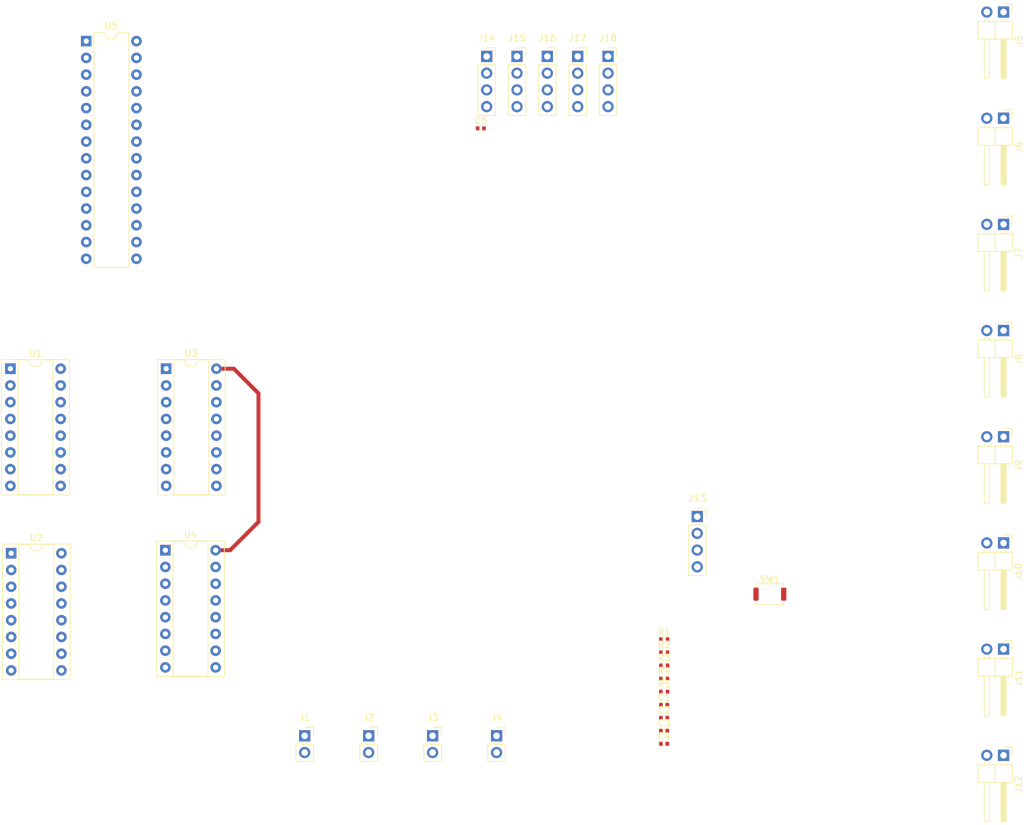
<source format=kicad_pcb>
(kicad_pcb (version 20240108) (generator "pcbnew") (generator_version "8.0")
  (layers (0 "F.Cu" signal) (31 "B.Cu" signal) (34 "B.Paste" user) (35 "F.Paste" user) (36 "B.SilkS" user "B.Silkscreen") (37 "F.SilkS" user "F.Silkscreen") (38 "B.Mask" user) (39 "F.Mask" user) (44 "Edge.Cuts" user))
  (net 0 "")
  (net 1 "/MUX1_COM")
  (net 2 "Net-(J1-In)")
  (net 3 "/MUX2_COM")
  (net 4 "Net-(J2-In)")
  (net 5 "Net-(J3-In)")
  (net 6 "/MUX3_COM")
  (net 7 "Net-(J4-In)")
  (net 8 "/MUX4_COM")
  (net 9 "GND")
  (net 10 "/CNN1")
  (net 11 "/CNN2")
  (net 12 "/CNN3")
  (net 13 "/CNN4")
  (net 14 "/CNN5")
  (net 15 "/CNN6")
  (net 16 "/CNN7")
  (net 17 "/CNN8")
  (net 18 "/I2C1_SCL")
  (net 19 "+3.3V")
  (net 20 "/I2C1_SDA")
  (net 21 "Net-(U5-~{RESET})")
  (net 22 "/GPA0")
  (net 23 "/GPA3")
  (net 24 "/GPA2")
  (net 25 "/GPA1")
  (net 26 "/GPA7")
  (net 27 "/GPA4")
  (net 28 "/GPA5")
  (net 29 "/GPA6")
  (net 30 "/GPB2")
  (net 31 "/GPB1")
  (net 32 "/GPB3")
  (net 33 "/GPB0")
  (net 34 "/GPB4")
  (net 35 "/GPB6")
  (net 36 "/GPB7")
  (net 37 "/GPB5")
  (footprint "Connector_PinSocket_2.54mm:PinSocket_1x04_P2.54mm_Vertical" (layer "F.Cu") (at 209.525 108.7)
    (property "Reference" "J13" (at 0 -2.77 0) (layer "F.SilkS"))
    (property "Value" "Conn_01x04")
    (pad "1" thru_hole rect (at 0 0) (size 1.7 1.7) (drill 1) (layers "*.Cu" "*.Mask") (net 9 "GND"))
    (pad "2" thru_hole oval (at 0 2.54) (size 1.7 1.7) (drill 1) (layers "*.Cu" "*.Mask") (net 20 "/I2C1_SDA"))
    (pad "3" thru_hole oval (at 0 5.08) (size 1.7 1.7) (drill 1) (layers "*.Cu" "*.Mask") (net 18 "/I2C1_SCL"))
    (pad "4" thru_hole oval (at 0 7.62) (size 1.7 1.7) (drill 1) (layers "*.Cu" "*.Mask") (net 19 "+3.3V"))
  )
  (footprint "Resistor_SMD:R_0402_1005Metric" (layer "F.Cu") (at 204.52 135.28)
    (property "Reference" "R5" (at 0 -1.17 0) (layer "F.SilkS"))
    (property "Value" "1M")
    (pad "1" smd roundrect (at -0.51 0) (size 0.54 0.64) (layers "F.Cu" "F.Paste" "F.Mask") (net 7 "Net-(J4-In)"))
    (pad "2" smd roundrect (at 0.51 0) (size 0.54 0.64) (layers "F.Cu" "F.Paste" "F.Mask") (net 9 "GND"))
  )
  (footprint "Connector_PinSocket_2.54mm:PinSocket_1x04_P2.54mm_Vertical" (layer "F.Cu") (at 186.8 38.88)
    (property "Reference" "J16" (at 0 -2.77 0) (layer "F.SilkS"))
    (property "Value" "MUX3_CON")
    (pad "1" thru_hole rect (at 0 0) (size 1.7 1.7) (drill 1) (layers "*.Cu" "*.Mask") (net 33 "/GPB0"))
    (pad "2" thru_hole oval (at 0 2.54) (size 1.7 1.7) (drill 1) (layers "*.Cu" "*.Mask") (net 31 "/GPB1"))
    (pad "3" thru_hole oval (at 0 5.08) (size 1.7 1.7) (drill 1) (layers "*.Cu" "*.Mask") (net 30 "/GPB2"))
    (pad "4" thru_hole oval (at 0 7.62) (size 1.7 1.7) (drill 1) (layers "*.Cu" "*.Mask") (net 32 "/GPB3"))
  )
  (footprint "Connector_PinSocket_2.54mm:PinSocket_1x02_P2.54mm_Vertical" (layer "F.Cu") (at 150 141.96)
    (property "Reference" "J1" (at 0 -2.77 0) (layer "F.SilkS"))
    (property "Value" "CE0")
    (pad "1" thru_hole rect (at 0 0) (size 1.7 1.7) (drill 1) (layers "*.Cu" "*.Mask") (net 2 "Net-(J1-In)"))
    (pad "2" thru_hole oval (at 0 2.54) (size 1.7 1.7) (drill 1) (layers "*.Cu" "*.Mask") (net 9 "GND"))
  )
  (footprint "Resistor_SMD:R_0402_1005Metric" (layer "F.Cu") (at 204.52 133.29)
    (property "Reference" "R4" (at 0 -1.17 0) (layer "F.SilkS"))
    (property "Value" "1M")
    (pad "1" smd roundrect (at -0.51 0) (size 0.54 0.64) (layers "F.Cu" "F.Paste" "F.Mask") (net 5 "Net-(J3-In)"))
    (pad "2" smd roundrect (at 0.51 0) (size 0.54 0.64) (layers "F.Cu" "F.Paste" "F.Mask") (net 9 "GND"))
  )
  (footprint "Package_DIP:DIP-16_W7.62mm_Socket" (layer "F.Cu") (at 128.88 113.8)
    (property "Reference" "U4" (at 3.81 -2.33 0) (layer "F.SilkS"))
    (property "Value" "4051")
    (pad "1" thru_hole rect (at 0 0) (size 1.6 1.6) (drill 0.8) (layers "*.Cu" "*.Mask") (net 14 "/CNN5"))
    (pad "2" thru_hole oval (at 0 2.54) (size 1.6 1.6) (drill 0.8) (layers "*.Cu" "*.Mask") (net 16 "/CNN7"))
    (pad "3" thru_hole oval (at 0 5.08) (size 1.6 1.6) (drill 0.8) (layers "*.Cu" "*.Mask") (net 8 "/MUX4_COM"))
    (pad "4" thru_hole oval (at 0 7.62) (size 1.6 1.6) (drill 0.8) (layers "*.Cu" "*.Mask") (net 17 "/CNN8"))
    (pad "5" thru_hole oval (at 0 10.16) (size 1.6 1.6) (drill 0.8) (layers "*.Cu" "*.Mask") (net 15 "/CNN6"))
    (pad "6" thru_hole oval (at 0 12.7) (size 1.6 1.6) (drill 0.8) (layers "*.Cu" "*.Mask") (net 34 "/GPB4"))
    (pad "7" thru_hole oval (at 0 15.24) (size 1.6 1.6) (drill 0.8) (layers "*.Cu" "*.Mask") (net 9 "GND"))
    (pad "8" thru_hole oval (at 0 17.78) (size 1.6 1.6) (drill 0.8) (layers "*.Cu" "*.Mask") (net 9 "GND"))
    (pad "9" thru_hole oval (at 7.62 17.78) (size 1.6 1.6) (drill 0.8) (layers "*.Cu" "*.Mask") (net 36 "/GPB7"))
    (pad "10" thru_hole oval (at 7.62 15.24) (size 1.6 1.6) (drill 0.8) (layers "*.Cu" "*.Mask") (net 35 "/GPB6"))
    (pad "11" thru_hole oval (at 7.62 12.7) (size 1.6 1.6) (drill 0.8) (layers "*.Cu" "*.Mask") (net 37 "/GPB5"))
    (pad "12" thru_hole oval (at 7.62 10.16) (size 1.6 1.6) (drill 0.8) (layers "*.Cu" "*.Mask") (net 13 "/CNN4"))
    (pad "13" thru_hole oval (at 7.62 7.62) (size 1.6 1.6) (drill 0.8) (layers "*.Cu" "*.Mask") (net 10 "/CNN1"))
    (pad "14" thru_hole oval (at 7.62 5.08) (size 1.6 1.6) (drill 0.8) (layers "*.Cu" "*.Mask") (net 11 "/CNN2"))
    (pad "15" thru_hole oval (at 7.62 2.54) (size 1.6 1.6) (drill 0.8) (layers "*.Cu" "*.Mask") (net 12 "/CNN3"))
    (pad "16" thru_hole oval (at 7.62 0) (size 1.6 1.6) (drill 0.8) (layers "*.Cu" "*.Mask") (net 19 "+3.3V"))
  )
  (footprint "Capacitor_SMD:C_0402_1005Metric" (layer "F.Cu") (at 176.71 49.79)
    (property "Reference" "C5" (at 0 -1.16 0) (layer "F.SilkS"))
    (property "Value" "100n")
    (pad "1" smd roundrect (at -0.48 0) (size 0.56 0.62) (layers "F.Cu" "F.Paste" "F.Mask") (net 9 "GND"))
    (pad "2" smd roundrect (at 0.48 0) (size 0.56 0.62) (layers "F.Cu" "F.Paste" "F.Mask") (net 21 "Net-(U5-~{RESET})"))
  )
  (footprint "Package_DIP:DIP-28_W7.62mm" (layer "F.Cu") (at 116.88 36.56)
    (property "Reference" "U5" (at 3.81 -2.33 0) (layer "F.SilkS"))
    (property "Value" "MCP23017_SP")
    (pad "1" thru_hole rect (at 0 0) (size 1.6 1.6) (drill 0.8) (layers "*.Cu" "*.Mask") (net 33 "/GPB0"))
    (pad "2" thru_hole oval (at 0 2.54) (size 1.6 1.6) (drill 0.8) (layers "*.Cu" "*.Mask") (net 31 "/GPB1"))
    (pad "3" thru_hole oval (at 0 5.08) (size 1.6 1.6) (drill 0.8) (layers "*.Cu" "*.Mask") (net 30 "/GPB2"))
    (pad "4" thru_hole oval (at 0 7.62) (size 1.6 1.6) (drill 0.8) (layers "*.Cu" "*.Mask") (net 32 "/GPB3"))
    (pad "5" thru_hole oval (at 0 10.16) (size 1.6 1.6) (drill 0.8) (layers "*.Cu" "*.Mask") (net 34 "/GPB4"))
    (pad "6" thru_hole oval (at 0 12.7) (size 1.6 1.6) (drill 0.8) (layers "*.Cu" "*.Mask") (net 37 "/GPB5"))
    (pad "7" thru_hole oval (at 0 15.24) (size 1.6 1.6) (drill 0.8) (layers "*.Cu" "*.Mask") (net 35 "/GPB6"))
    (pad "8" thru_hole oval (at 0 17.78) (size 1.6 1.6) (drill 0.8) (layers "*.Cu" "*.Mask") (net 36 "/GPB7"))
    (pad "9" thru_hole oval (at 0 20.32) (size 1.6 1.6) (drill 0.8) (layers "*.Cu" "*.Mask") (net 19 "+3.3V"))
    (pad "10" thru_hole oval (at 0 22.86) (size 1.6 1.6) (drill 0.8) (layers "*.Cu" "*.Mask") (net 9 "GND"))
    (pad "11" thru_hole oval (at 0 25.4) (size 1.6 1.6) (drill 0.8) (layers "*.Cu" "*.Mask"))
    (pad "12" thru_hole oval (at 0 27.94) (size 1.6 1.6) (drill 0.8) (layers "*.Cu" "*.Mask") (net 18 "/I2C1_SCL"))
    (pad "13" thru_hole oval (at 0 30.48) (size 1.6 1.6) (drill 0.8) (layers "*.Cu" "*.Mask") (net 20 "/I2C1_SDA"))
    (pad "14" thru_hole oval (at 0 33.02) (size 1.6 1.6) (drill 0.8) (layers "*.Cu" "*.Mask"))
    (pad "15" thru_hole oval (at 7.62 33.02) (size 1.6 1.6) (drill 0.8) (layers "*.Cu" "*.Mask") (net 9 "GND"))
    (pad "16" thru_hole oval (at 7.62 30.48) (size 1.6 1.6) (drill 0.8) (layers "*.Cu" "*.Mask") (net 9 "GND"))
    (pad "17" thru_hole oval (at 7.62 27.94) (size 1.6 1.6) (drill 0.8) (layers "*.Cu" "*.Mask") (net 9 "GND"))
    (pad "18" thru_hole oval (at 7.62 25.4) (size 1.6 1.6) (drill 0.8) (layers "*.Cu" "*.Mask") (net 21 "Net-(U5-~{RESET})"))
    (pad "19" thru_hole oval (at 7.62 22.86) (size 1.6 1.6) (drill 0.8) (layers "*.Cu" "*.Mask"))
    (pad "20" thru_hole oval (at 7.62 20.32) (size 1.6 1.6) (drill 0.8) (layers "*.Cu" "*.Mask"))
    (pad "21" thru_hole oval (at 7.62 17.78) (size 1.6 1.6) (drill 0.8) (layers "*.Cu" "*.Mask") (net 22 "/GPA0"))
    (pad "22" thru_hole oval (at 7.62 15.24) (size 1.6 1.6) (drill 0.8) (layers "*.Cu" "*.Mask") (net 25 "/GPA1"))
    (pad "23" thru_hole oval (at 7.62 12.7) (size 1.6 1.6) (drill 0.8) (layers "*.Cu" "*.Mask") (net 24 "/GPA2"))
    (pad "24" thru_hole oval (at 7.62 10.16) (size 1.6 1.6) (drill 0.8) (layers "*.Cu" "*.Mask") (net 23 "/GPA3"))
    (pad "25" thru_hole oval (at 7.62 7.62) (size 1.6 1.6) (drill 0.8) (layers "*.Cu" "*.Mask") (net 27 "/GPA4"))
    (pad "26" thru_hole oval (at 7.62 5.08) (size 1.6 1.6) (drill 0.8) (layers "*.Cu" "*.Mask") (net 28 "/GPA5"))
    (pad "27" thru_hole oval (at 7.62 2.54) (size 1.6 1.6) (drill 0.8) (layers "*.Cu" "*.Mask") (net 29 "/GPA6"))
    (pad "28" thru_hole oval (at 7.62 0) (size 1.6 1.6) (drill 0.8) (layers "*.Cu" "*.Mask") (net 26 "/GPA7"))
  )
  (footprint "Capacitor_SMD:C_0402_1005Metric" (layer "F.Cu") (at 204.5 137.26)
    (property "Reference" "C1" (at 0 -1.16 0) (layer "F.SilkS"))
    (property "Value" "100n")
    (pad "1" smd roundrect (at -0.48 0) (size 0.56 0.62) (layers "F.Cu" "F.Paste" "F.Mask") (net 2 "Net-(J1-In)"))
    (pad "2" smd roundrect (at 0.48 0) (size 0.56 0.62) (layers "F.Cu" "F.Paste" "F.Mask") (net 1 "/MUX1_COM"))
  )
  (footprint "Capacitor_SMD:C_0402_1005Metric" (layer "F.Cu") (at 204.5 139.23)
    (property "Reference" "C2" (at 0 -1.16 0) (layer "F.SilkS"))
    (property "Value" "100n")
    (pad "1" smd roundrect (at -0.48 0) (size 0.56 0.62) (layers "F.Cu" "F.Paste" "F.Mask") (net 4 "Net-(J2-In)"))
    (pad "2" smd roundrect (at 0.48 0) (size 0.56 0.62) (layers "F.Cu" "F.Paste" "F.Mask") (net 3 "/MUX2_COM"))
  )
  (footprint "Capacitor_SMD:C_0402_1005Metric" (layer "F.Cu") (at 204.5 141.2)
    (property "Reference" "C3" (at 0 -1.16 0) (layer "F.SilkS"))
    (property "Value" "100n")
    (pad "1" smd roundrect (at -0.48 0) (size 0.56 0.62) (layers "F.Cu" "F.Paste" "F.Mask") (net 5 "Net-(J3-In)"))
    (pad "2" smd roundrect (at 0.48 0) (size 0.56 0.62) (layers "F.Cu" "F.Paste" "F.Mask") (net 6 "/MUX3_COM"))
  )
  (footprint "Package_DIP:DIP-16_W7.62mm_Socket" (layer "F.Cu") (at 129 86.26)
    (property "Reference" "U3" (at 3.81 -2.33 0) (layer "F.SilkS"))
    (property "Value" "4051")
    (pad "1" thru_hole rect (at 0 0) (size 1.6 1.6) (drill 0.8) (layers "*.Cu" "*.Mask") (net 14 "/CNN5"))
    (pad "2" thru_hole oval (at 0 2.54) (size 1.6 1.6) (drill 0.8) (layers "*.Cu" "*.Mask") (net 16 "/CNN7"))
    (pad "3" thru_hole oval (at 0 5.08) (size 1.6 1.6) (drill 0.8) (layers "*.Cu" "*.Mask") (net 6 "/MUX3_COM"))
    (pad "4" thru_hole oval (at 0 7.62) (size 1.6 1.6) (drill 0.8) (layers "*.Cu" "*.Mask") (net 17 "/CNN8"))
    (pad "5" thru_hole oval (at 0 10.16) (size 1.6 1.6) (drill 0.8) (layers "*.Cu" "*.Mask") (net 15 "/CNN6"))
    (pad "6" thru_hole oval (at 0 12.7) (size 1.6 1.6) (drill 0.8) (layers "*.Cu" "*.Mask") (net 33 "/GPB0"))
    (pad "7" thru_hole oval (at 0 15.24) (size 1.6 1.6) (drill 0.8) (layers "*.Cu" "*.Mask") (net 9 "GND"))
    (pad "8" thru_hole oval (at 0 17.78) (size 1.6 1.6) (drill 0.8) (layers "*.Cu" "*.Mask") (net 9 "GND"))
    (pad "9" thru_hole oval (at 7.62 17.78) (size 1.6 1.6) (drill 0.8) (layers "*.Cu" "*.Mask") (net 32 "/GPB3"))
    (pad "10" thru_hole oval (at 7.62 15.24) (size 1.6 1.6) (drill 0.8) (layers "*.Cu" "*.Mask") (net 30 "/GPB2"))
    (pad "11" thru_hole oval (at 7.62 12.7) (size 1.6 1.6) (drill 0.8) (layers "*.Cu" "*.Mask") (net 31 "/GPB1"))
    (pad "12" thru_hole oval (at 7.62 10.16) (size 1.6 1.6) (drill 0.8) (layers "*.Cu" "*.Mask") (net 13 "/CNN4"))
    (pad "13" thru_hole oval (at 7.62 7.62) (size 1.6 1.6) (drill 0.8) (layers "*.Cu" "*.Mask") (net 10 "/CNN1"))
    (pad "14" thru_hole oval (at 7.62 5.08) (size 1.6 1.6) (drill 0.8) (layers "*.Cu" "*.Mask") (net 11 "/CNN2"))
    (pad "15" thru_hole oval (at 7.62 2.54) (size 1.6 1.6) (drill 0.8) (layers "*.Cu" "*.Mask") (net 12 "/CNN3"))
    (pad "16" thru_hole oval (at 7.62 0) (size 1.6 1.6) (drill 0.8) (layers "*.Cu" "*.Mask") (net 19 "+3.3V"))
  )
  (footprint "Connector_PinHeader_2.54mm:PinHeader_1x02_P2.54mm_Horizontal" (layer "F.Cu") (at 255.975 144.915 -90)
    (property "Reference" "J12" (at 4.385 -2.27 -90) (layer "F.SilkS"))
    (property "Value" "CNN8")
    (pad "1" thru_hole rect (at 0 0 270) (size 1.7 1.7) (drill 1) (layers "*.Cu" "*.Mask") (net 17 "/CNN8"))
    (pad "2" thru_hole oval (at 0 2.54 270) (size 1.7 1.7) (drill 1) (layers "*.Cu" "*.Mask") (net 9 "GND"))
  )
  (footprint "Connector_PinSocket_2.54mm:PinSocket_1x02_P2.54mm_Vertical" (layer "F.Cu") (at 169.4 141.96)
    (property "Reference" "J3" (at 0 -2.77 0) (layer "F.SilkS"))
    (property "Value" "AIN2")
    (pad "1" thru_hole rect (at 0 0) (size 1.7 1.7) (drill 1) (layers "*.Cu" "*.Mask") (net 5 "Net-(J3-In)"))
    (pad "2" thru_hole oval (at 0 2.54) (size 1.7 1.7) (drill 1) (layers "*.Cu" "*.Mask") (net 9 "GND"))
  )
  (footprint "Connector_PinHeader_2.54mm:PinHeader_1x02_P2.54mm_Horizontal" (layer "F.Cu") (at 255.975 112.695 -90)
    (property "Reference" "J10" (at 4.385 -2.27 -90) (layer "F.SilkS"))
    (property "Value" "CNN6")
    (pad "1" thru_hole rect (at 0 0 270) (size 1.7 1.7) (drill 1) (layers "*.Cu" "*.Mask") (net 15 "/CNN6"))
    (pad "2" thru_hole oval (at 0 2.54 270) (size 1.7 1.7) (drill 1) (layers "*.Cu" "*.Mask") (net 9 "GND"))
  )
  (footprint "Connector_PinHeader_2.54mm:PinHeader_1x02_P2.54mm_Horizontal" (layer "F.Cu") (at 255.975 64.365 -90)
    (property "Reference" "J7" (at 4.385 -2.27 -90) (layer "F.SilkS"))
    (property "Value" "CNN3")
    (pad "1" thru_hole rect (at 0 0 270) (size 1.7 1.7) (drill 1) (layers "*.Cu" "*.Mask") (net 12 "/CNN3"))
    (pad "2" thru_hole oval (at 0 2.54 270) (size 1.7 1.7) (drill 1) (layers "*.Cu" "*.Mask") (net 9 "GND"))
  )
  (footprint "Resistor_SMD:R_0402_1005Metric" (layer "F.Cu") (at 204.52 131.3)
    (property "Reference" "R3" (at 0 -1.17 0) (layer "F.SilkS"))
    (property "Value" "1M")
    (pad "1" smd roundrect (at -0.51 0) (size 0.54 0.64) (layers "F.Cu" "F.Paste" "F.Mask") (net 4 "Net-(J2-In)"))
    (pad "2" smd roundrect (at 0.51 0) (size 0.54 0.64) (layers "F.Cu" "F.Paste" "F.Mask") (net 9 "GND"))
  )
  (footprint "Connector_PinHeader_2.54mm:PinHeader_1x02_P2.54mm_Horizontal" (layer "F.Cu") (at 255.975 128.805 -90)
    (property "Reference" "J11" (at 4.385 -2.27 -90) (layer "F.SilkS"))
    (property "Value" "CNN7")
    (pad "1" thru_hole rect (at 0 0 270) (size 1.7 1.7) (drill 1) (layers "*.Cu" "*.Mask") (net 16 "/CNN7"))
    (pad "2" thru_hole oval (at 0 2.54 270) (size 1.7 1.7) (drill 1) (layers "*.Cu" "*.Mask") (net 9 "GND"))
  )
  (footprint "Connector_PinSocket_2.54mm:PinSocket_1x04_P2.54mm_Vertical" (layer "F.Cu") (at 182.2 38.88)
    (property "Reference" "J15" (at 0 -2.77 0) (layer "F.SilkS"))
    (property "Value" "MUX2_CON")
    (pad "1" thru_hole rect (at 0 0) (size 1.7 1.7) (drill 1) (layers "*.Cu" "*.Mask") (net 27 "/GPA4"))
    (pad "2" thru_hole oval (at 0 2.54) (size 1.7 1.7) (drill 1) (layers "*.Cu" "*.Mask") (net 28 "/GPA5"))
    (pad "3" thru_hole oval (at 0 5.08) (size 1.7 1.7) (drill 1) (layers "*.Cu" "*.Mask") (net 29 "/GPA6"))
    (pad "4" thru_hole oval (at 0 7.62) (size 1.7 1.7) (drill 1) (layers "*.Cu" "*.Mask") (net 26 "/GPA7"))
  )
  (footprint "Package_DIP:DIP-16_W7.62mm_Socket" (layer "F.Cu") (at 105.38 86.26)
    (property "Reference" "U1" (at 3.81 -2.33 0) (layer "F.SilkS"))
    (property "Value" "4051")
    (pad "1" thru_hole rect (at 0 0) (size 1.6 1.6) (drill 0.8) (layers "*.Cu" "*.Mask") (net 14 "/CNN5"))
    (pad "2" thru_hole oval (at 0 2.54) (size 1.6 1.6) (drill 0.8) (layers "*.Cu" "*.Mask") (net 16 "/CNN7"))
    (pad "3" thru_hole oval (at 0 5.08) (size 1.6 1.6) (drill 0.8) (layers "*.Cu" "*.Mask") (net 1 "/MUX1_COM"))
    (pad "4" thru_hole oval (at 0 7.62) (size 1.6 1.6) (drill 0.8) (layers "*.Cu" "*.Mask") (net 17 "/CNN8"))
    (pad "5" thru_hole oval (at 0 10.16) (size 1.6 1.6) (drill 0.8) (layers "*.Cu" "*.Mask") (net 15 "/CNN6"))
    (pad "6" thru_hole oval (at 0 12.7) (size 1.6 1.6) (drill 0.8) (layers "*.Cu" "*.Mask") (net 22 "/GPA0"))
    (pad "7" thru_hole oval (at 0 15.24) (size 1.6 1.6) (drill 0.8) (layers "*.Cu" "*.Mask") (net 9 "GND"))
    (pad "8" thru_hole oval (at 0 17.78) (size 1.6 1.6) (drill 0.8) (layers "*.Cu" "*.Mask") (net 9 "GND"))
    (pad "9" thru_hole oval (at 7.62 17.78) (size 1.6 1.6) (drill 0.8) (layers "*.Cu" "*.Mask") (net 23 "/GPA3"))
    (pad "10" thru_hole oval (at 7.62 15.24) (size 1.6 1.6) (drill 0.8) (layers "*.Cu" "*.Mask") (net 24 "/GPA2"))
    (pad "11" thru_hole oval (at 7.62 12.7) (size 1.6 1.6) (drill 0.8) (layers "*.Cu" "*.Mask") (net 25 "/GPA1"))
    (pad "12" thru_hole oval (at 7.62 10.16) (size 1.6 1.6) (drill 0.8) (layers "*.Cu" "*.Mask") (net 13 "/CNN4"))
    (pad "13" thru_hole oval (at 7.62 7.62) (size 1.6 1.6) (drill 0.8) (layers "*.Cu" "*.Mask") (net 10 "/CNN1"))
    (pad "14" thru_hole oval (at 7.62 5.08) (size 1.6 1.6) (drill 0.8) (layers "*.Cu" "*.Mask") (net 11 "/CNN2"))
    (pad "15" thru_hole oval (at 7.62 2.54) (size 1.6 1.6) (drill 0.8) (layers "*.Cu" "*.Mask") (net 12 "/CNN3"))
    (pad "16" thru_hole oval (at 7.62 0) (size 1.6 1.6) (drill 0.8) (layers "*.Cu" "*.Mask") (net 19 "+3.3V"))
  )
  (footprint "Capacitor_SMD:C_0402_1005Metric" (layer "F.Cu") (at 204.5 143.17)
    (property "Reference" "C4" (at 0 -1.16 0) (layer "F.SilkS"))
    (property "Value" "100n")
    (pad "1" smd roundrect (at -0.48 0) (size 0.56 0.62) (layers "F.Cu" "F.Paste" "F.Mask") (net 7 "Net-(J4-In)"))
    (pad "2" smd roundrect (at 0.48 0) (size 0.56 0.62) (layers "F.Cu" "F.Paste" "F.Mask") (net 8 "/MUX4_COM"))
  )
  (footprint "Connector_PinSocket_2.54mm:PinSocket_1x04_P2.54mm_Vertical" (layer "F.Cu") (at 191.4 38.88)
    (property "Reference" "J17" (at 0 -2.77 0) (layer "F.SilkS"))
    (property "Value" "MUX4_CON")
    (pad "1" thru_hole rect (at 0 0) (size 1.7 1.7) (drill 1) (layers "*.Cu" "*.Mask") (net 34 "/GPB4"))
    (pad "2" thru_hole oval (at 0 2.54) (size 1.7 1.7) (drill 1) (layers "*.Cu" "*.Mask") (net 37 "/GPB5"))
    (pad "3" thru_hole oval (at 0 5.08) (size 1.7 1.7) (drill 1) (layers "*.Cu" "*.Mask") (net 35 "/GPB6"))
    (pad "4" thru_hole oval (at 0 7.62) (size 1.7 1.7) (drill 1) (layers "*.Cu" "*.Mask") (net 36 "/GPB7"))
  )
  (footprint "Connector_PinHeader_2.54mm:PinHeader_1x02_P2.54mm_Horizontal" (layer "F.Cu") (at 255.975 96.585 -90)
    (property "Reference" "J9" (at 4.385 -2.27 -90) (layer "F.SilkS"))
    (property "Value" "CNN5")
    (pad "1" thru_hole rect (at 0 0 270) (size 1.7 1.7) (drill 1) (layers "*.Cu" "*.Mask") (net 14 "/CNN5"))
    (pad "2" thru_hole oval (at 0 2.54 270) (size 1.7 1.7) (drill 1) (layers "*.Cu" "*.Mask") (net 9 "GND"))
  )
  (footprint "Resistor_SMD:R_0402_1005Metric" (layer "F.Cu") (at 204.52 127.32)
    (property "Reference" "R1" (at 0 -1.17 0) (layer "F.SilkS"))
    (property "Value" "10k")
    (pad "1" smd roundrect (at -0.51 0) (size 0.54 0.64) (layers "F.Cu" "F.Paste" "F.Mask") (net 19 "+3.3V"))
    (pad "2" smd roundrect (at 0.51 0) (size 0.54 0.64) (layers "F.Cu" "F.Paste" "F.Mask") (net 21 "Net-(U5-~{RESET})"))
  )
  (footprint "Connector_PinHeader_2.54mm:PinHeader_1x02_P2.54mm_Horizontal" (layer "F.Cu") (at 255.975 32.145 -90)
    (property "Reference" "J5" (at 4.385 -2.27 -90) (layer "F.SilkS"))
    (property "Value" "CNN1")
    (pad "1" thru_hole rect (at 0 0 270) (size 1.7 1.7) (drill 1) (layers "*.Cu" "*.Mask") (net 10 "/CNN1"))
    (pad "2" thru_hole oval (at 0 2.54 270) (size 1.7 1.7) (drill 1) (layers "*.Cu" "*.Mask") (net 9 "GND"))
  )
  (footprint "Resistor_SMD:R_0402_1005Metric" (layer "F.Cu") (at 204.52 129.31)
    (property "Reference" "R2" (at 0 -1.17 0) (layer "F.SilkS"))
    (property "Value" "1M")
    (pad "1" smd roundrect (at -0.51 0) (size 0.54 0.64) (layers "F.Cu" "F.Paste" "F.Mask") (net 2 "Net-(J1-In)"))
    (pad "2" smd roundrect (at 0.51 0) (size 0.54 0.64) (layers "F.Cu" "F.Paste" "F.Mask") (net 9 "GND"))
  )
  (footprint "Button_Switch_SMD:SW_Push_SPST_NO_Alps_SKRK" (layer "F.Cu") (at 220.54 120.465)
    (property "Reference" "SW1" (at 0 -2.25 0) (layer "F.SilkS"))
    (property "Value" "RESET")
    (pad "1" smd roundrect (at -2.1 0) (size 0.8 2) (layers "F.Cu" "F.Paste" "F.Mask") (net 9 "GND"))
    (pad "2" smd roundrect (at 2.1 0) (size 0.8 2) (layers "F.Cu" "F.Paste" "F.Mask") (net 21 "Net-(U5-~{RESET})"))
  )
  (footprint "Connector_PinHeader_2.54mm:PinHeader_1x02_P2.54mm_Horizontal" (layer "F.Cu") (at 255.975 80.475 -90)
    (property "Reference" "J8" (at 4.385 -2.27 -90) (layer "F.SilkS"))
    (property "Value" "CNN4")
    (pad "1" thru_hole rect (at 0 0 270) (size 1.7 1.7) (drill 1) (layers "*.Cu" "*.Mask") (net 13 "/CNN4"))
    (pad "2" thru_hole oval (at 0 2.54 270) (size 1.7 1.7) (drill 1) (layers "*.Cu" "*.Mask") (net 9 "GND"))
  )
  (footprint "Connector_PinHeader_2.54mm:PinHeader_1x02_P2.54mm_Horizontal" (layer "F.Cu") (at 255.975 48.255 -90)
    (property "Reference" "J6" (at 4.385 -2.27 -90) (layer "F.SilkS"))
    (property "Value" "CNN2")
    (pad "1" thru_hole rect (at 0 0 270) (size 1.7 1.7) (drill 1) (layers "*.Cu" "*.Mask") (net 11 "/CNN2"))
    (pad "2" thru_hole oval (at 0 2.54 270) (size 1.7 1.7) (drill 1) (layers "*.Cu" "*.Mask") (net 9 "GND"))
  )
  (footprint "Connector_PinSocket_2.54mm:PinSocket_1x02_P2.54mm_Vertical" (layer "F.Cu") (at 179.1 141.96)
    (property "Reference" "J4" (at 0 -2.77 0) (layer "F.SilkS"))
    (property "Value" "AIN3")
    (pad "1" thru_hole rect (at 0 0) (size 1.7 1.7) (drill 1) (layers "*.Cu" "*.Mask") (net 7 "Net-(J4-In)"))
    (pad "2" thru_hole oval (at 0 2.54) (size 1.7 1.7) (drill 1) (layers "*.Cu" "*.Mask") (net 9 "GND"))
  )
  (footprint "Package_DIP:DIP-16_W7.62mm_Socket" (layer "F.Cu") (at 105.5 114.26)
    (property "Reference" "U2" (at 3.81 -2.33 0) (layer "F.SilkS"))
    (property "Value" "4051")
    (pad "1" thru_hole rect (at 0 0) (size 1.6 1.6) (drill 0.8) (layers "*.Cu" "*.Mask") (net 14 "/CNN5"))
    (pad "2" thru_hole oval (at 0 2.54) (size 1.6 1.6) (drill 0.8) (layers "*.Cu" "*.Mask") (net 16 "/CNN7"))
    (pad "3" thru_hole oval (at 0 5.08) (size 1.6 1.6) (drill 0.8) (layers "*.Cu" "*.Mask") (net 3 "/MUX2_COM"))
    (pad "4" thru_hole oval (at 0 7.62) (size 1.6 1.6) (drill 0.8) (layers "*.Cu" "*.Mask") (net 17 "/CNN8"))
    (pad "5" thru_hole oval (at 0 10.16) (size 1.6 1.6) (drill 0.8) (layers "*.Cu" "*.Mask") (net 15 "/CNN6"))
    (pad "6" thru_hole oval (at 0 12.7) (size 1.6 1.6) (drill 0.8) (layers "*.Cu" "*.Mask") (net 27 "/GPA4"))
    (pad "7" thru_hole oval (at 0 15.24) (size 1.6 1.6) (drill 0.8) (layers "*.Cu" "*.Mask") (net 9 "GND"))
    (pad "8" thru_hole oval (at 0 17.78) (size 1.6 1.6) (drill 0.8) (layers "*.Cu" "*.Mask") (net 9 "GND"))
    (pad "9" thru_hole oval (at 7.62 17.78) (size 1.6 1.6) (drill 0.8) (layers "*.Cu" "*.Mask") (net 26 "/GPA7"))
    (pad "10" thru_hole oval (at 7.62 15.24) (size 1.6 1.6) (drill 0.8) (layers "*.Cu" "*.Mask") (net 29 "/GPA6"))
    (pad "11" thru_hole oval (at 7.62 12.7) (size 1.6 1.6) (drill 0.8) (layers "*.Cu" "*.Mask") (net 28 "/GPA5"))
    (pad "12" thru_hole oval (at 7.62 10.16) (size 1.6 1.6) (drill 0.8) (layers "*.Cu" "*.Mask") (net 13 "/CNN4"))
    (pad "13" thru_hole oval (at 7.62 7.62) (size 1.6 1.6) (drill 0.8) (layers "*.Cu" "*.Mask") (net 10 "/CNN1"))
    (pad "14" thru_hole oval (at 7.62 5.08) (size 1.6 1.6) (drill 0.8) (layers "*.Cu" "*.Mask") (net 11 "/CNN2"))
    (pad "15" thru_hole oval (at 7.62 2.54) (size 1.6 1.6) (drill 0.8) (layers "*.Cu" "*.Mask") (net 12 "/CNN3"))
    (pad "16" thru_hole oval (at 7.62 0) (size 1.6 1.6) (drill 0.8) (layers "*.Cu" "*.Mask") (net 19 "+3.3V"))
  )
  (footprint "Connector_PinSocket_2.54mm:PinSocket_1x04_P2.54mm_Vertical" (layer "F.Cu") (at 177.6 38.88)
    (property "Reference" "J14" (at 0 -2.77 0) (layer "F.SilkS"))
    (property "Value" "MUX1_CON")
    (pad "1" thru_hole rect (at 0 0) (size 1.7 1.7) (drill 1) (layers "*.Cu" "*.Mask") (net 22 "/GPA0"))
    (pad "2" thru_hole oval (at 0 2.54) (size 1.7 1.7) (drill 1) (layers "*.Cu" "*.Mask") (net 25 "/GPA1"))
    (pad "3" thru_hole oval (at 0 5.08) (size 1.7 1.7) (drill 1) (layers "*.Cu" "*.Mask") (net 24 "/GPA2"))
    (pad "4" thru_hole oval (at 0 7.62) (size 1.7 1.7) (drill 1) (layers "*.Cu" "*.Mask") (net 23 "/GPA3"))
  )
  (footprint "Connector_PinSocket_2.54mm:PinSocket_1x02_P2.54mm_Vertical" (layer "F.Cu") (at 159.7 141.96)
    (property "Reference" "J2" (at 0 -2.77 0) (layer "F.SilkS"))
    (property "Value" "AIN1")
    (pad "1" thru_hole rect (at 0 0) (size 1.7 1.7) (drill 1) (layers "*.Cu" "*.Mask") (net 4 "Net-(J2-In)"))
    (pad "2" thru_hole oval (at 0 2.54) (size 1.7 1.7) (drill 1) (layers "*.Cu" "*.Mask") (net 9 "GND"))
  )
  (footprint "Connector_PinSocket_2.54mm:PinSocket_1x04_P2.54mm_Vertical" (layer "F.Cu") (at 196 38.88)
    (property "Reference" "J18" (at 0 -2.77 0) (layer "F.SilkS"))
    (property "Value" "MUX_COM")
    (pad "1" thru_hole rect (at 0 0) (size 1.7 1.7) (drill 1) (layers "*.Cu" "*.Mask") (net 1 "/MUX1_COM"))
    (pad "2" thru_hole oval (at 0 2.54) (size 1.7 1.7) (drill 1) (layers "*.Cu" "*.Mask") (net 3 "/MUX2_COM"))
    (pad "3" thru_hole oval (at 0 5.08) (size 1.7 1.7) (drill 1) (layers "*.Cu" "*.Mask") (net 6 "/MUX3_COM"))
    (pad "4" thru_hole oval (at 0 7.62) (size 1.7 1.7) (drill 1) (layers "*.Cu" "*.Mask") (net 8 "/MUX4_COM"))
  )
  (segment (start 136.62 86.26) (end 139.26 86.26) (width 0.6) (layer "F.Cu") (net 19))
  (segment (start 143 109.5) (end 138.7 113.8) (width 0.6) (layer "F.Cu") (net 19))
  (segment (start 139.26 86.26) (end 143 90) (width 0.6) (layer "F.Cu") (net 19))
  (segment (start 138.7 113.8) (end 136.5 113.8) (width 0.6) (layer "F.Cu") (net 19))
  (segment (start 143 90) (end 143 109.5) (width 0.6) (layer "F.Cu") (net 19))
)
</source>
